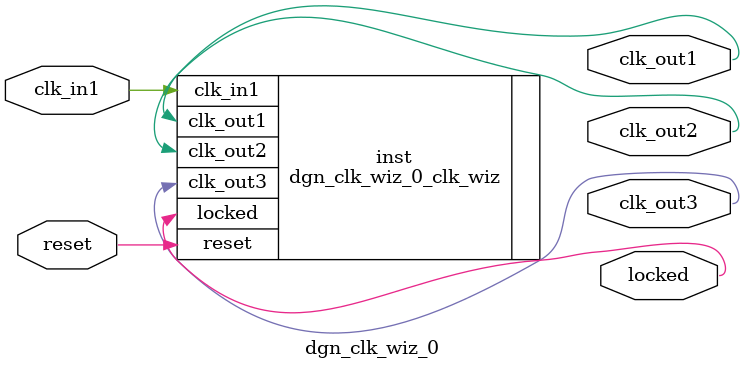
<source format=v>


`timescale 1ps/1ps

(* CORE_GENERATION_INFO = "dgn_clk_wiz_0,clk_wiz_v6_0_3_0_0,{component_name=dgn_clk_wiz_0,use_phase_alignment=true,use_min_o_jitter=false,use_max_i_jitter=false,use_dyn_phase_shift=false,use_inclk_switchover=false,use_dyn_reconfig=false,enable_axi=0,feedback_source=FDBK_AUTO,PRIMITIVE=MMCM,num_out_clk=3,clkin1_period=8.000,clkin2_period=10.000,use_power_down=false,use_reset=true,use_locked=true,use_inclk_stopped=false,feedback_type=SINGLE,CLOCK_MGR_TYPE=NA,manual_override=false}" *)

module dgn_clk_wiz_0 
 (
  // Clock out ports
  output        clk_out1,
  output        clk_out2,
  output        clk_out3,
  // Status and control signals
  input         reset,
  output        locked,
 // Clock in ports
  input         clk_in1
 );

  dgn_clk_wiz_0_clk_wiz inst
  (
  // Clock out ports  
  .clk_out1(clk_out1),
  .clk_out2(clk_out2),
  .clk_out3(clk_out3),
  // Status and control signals               
  .reset(reset), 
  .locked(locked),
 // Clock in ports
  .clk_in1(clk_in1)
  );

endmodule

</source>
